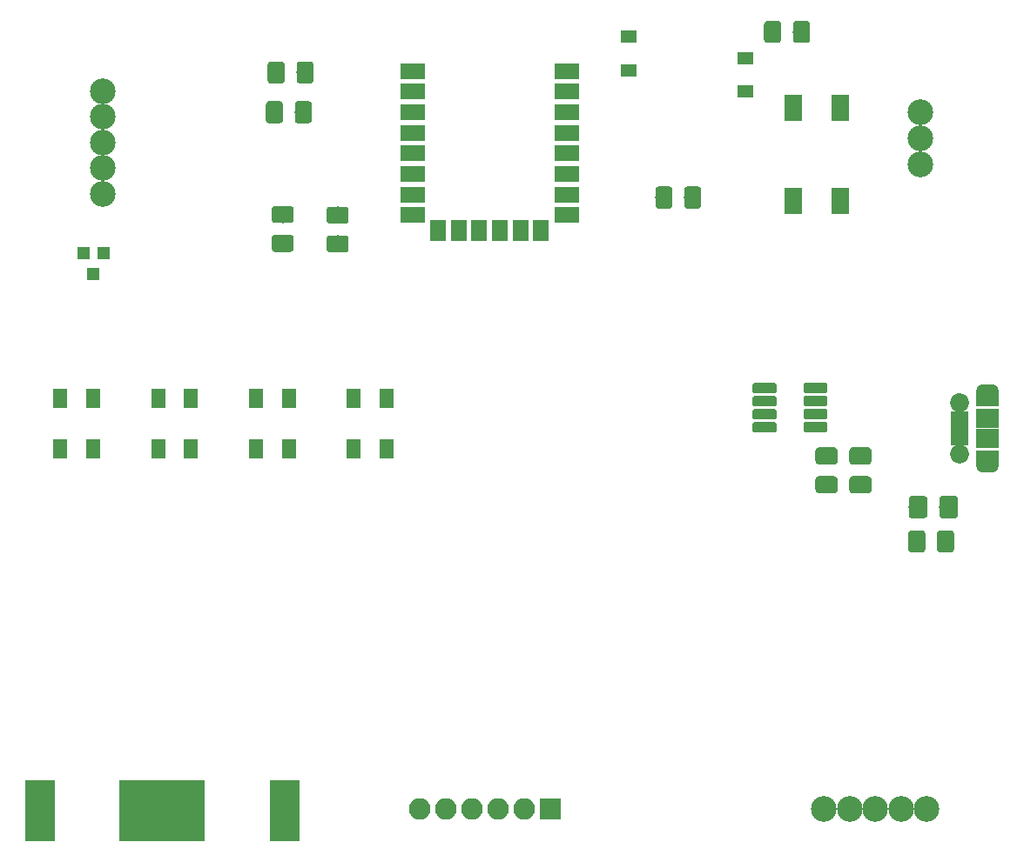
<source format=gbr>
G04 #@! TF.GenerationSoftware,KiCad,Pcbnew,(5.1.2)-1*
G04 #@! TF.CreationDate,2019-08-27T20:32:44-05:00*
G04 #@! TF.ProjectId,8266-dev,38323636-2d64-4657-962e-6b696361645f,rev?*
G04 #@! TF.SameCoordinates,Original*
G04 #@! TF.FileFunction,Soldermask,Top*
G04 #@! TF.FilePolarity,Negative*
%FSLAX46Y46*%
G04 Gerber Fmt 4.6, Leading zero omitted, Abs format (unit mm)*
G04 Created by KiCad (PCBNEW (5.1.2)-1) date 2019-08-27 20:32:44*
%MOMM*%
%LPD*%
G04 APERTURE LIST*
%ADD10R,8.400000X5.960000*%
%ADD11R,3.000000X5.960000*%
%ADD12C,0.100000*%
%ADD13C,1.650000*%
%ADD14R,1.800000X2.500000*%
%ADD15R,1.500000X2.100000*%
%ADD16R,2.400000X1.600000*%
%ADD17C,2.500000*%
%ADD18R,2.100000X2.100000*%
%ADD19O,2.100000X2.100000*%
%ADD20R,1.400000X1.900000*%
%ADD21R,1.200000X1.300000*%
%ADD22R,2.300000X1.900000*%
%ADD23C,1.850000*%
%ADD24R,1.750000X0.800000*%
%ADD25O,2.300000X1.600000*%
%ADD26R,2.300000X1.600000*%
%ADD27C,1.000000*%
%ADD28R,1.600000X1.300000*%
%ADD29C,1.825000*%
G04 APERTURE END LIST*
D10*
X101168200Y-127170180D03*
D11*
X113073200Y-127170180D03*
X89263200Y-127170180D03*
D12*
G36*
X113667646Y-68310309D02*
G01*
X113699680Y-68315061D01*
X113731094Y-68322930D01*
X113761586Y-68333840D01*
X113790861Y-68347686D01*
X113818638Y-68364335D01*
X113844650Y-68383627D01*
X113868645Y-68405375D01*
X113890393Y-68429370D01*
X113909685Y-68455382D01*
X113926334Y-68483159D01*
X113940180Y-68512434D01*
X113951090Y-68542926D01*
X113958959Y-68574340D01*
X113963711Y-68606374D01*
X113965300Y-68638720D01*
X113965300Y-69628720D01*
X113963711Y-69661066D01*
X113958959Y-69693100D01*
X113951090Y-69724514D01*
X113940180Y-69755006D01*
X113926334Y-69784281D01*
X113909685Y-69812058D01*
X113890393Y-69838070D01*
X113868645Y-69862065D01*
X113844650Y-69883813D01*
X113818638Y-69903105D01*
X113790861Y-69919754D01*
X113761586Y-69933600D01*
X113731094Y-69944510D01*
X113699680Y-69952379D01*
X113667646Y-69957131D01*
X113635300Y-69958720D01*
X112145300Y-69958720D01*
X112112954Y-69957131D01*
X112080920Y-69952379D01*
X112049506Y-69944510D01*
X112019014Y-69933600D01*
X111989739Y-69919754D01*
X111961962Y-69903105D01*
X111935950Y-69883813D01*
X111911955Y-69862065D01*
X111890207Y-69838070D01*
X111870915Y-69812058D01*
X111854266Y-69784281D01*
X111840420Y-69755006D01*
X111829510Y-69724514D01*
X111821641Y-69693100D01*
X111816889Y-69661066D01*
X111815300Y-69628720D01*
X111815300Y-68638720D01*
X111816889Y-68606374D01*
X111821641Y-68574340D01*
X111829510Y-68542926D01*
X111840420Y-68512434D01*
X111854266Y-68483159D01*
X111870915Y-68455382D01*
X111890207Y-68429370D01*
X111911955Y-68405375D01*
X111935950Y-68383627D01*
X111961962Y-68364335D01*
X111989739Y-68347686D01*
X112019014Y-68333840D01*
X112049506Y-68322930D01*
X112080920Y-68315061D01*
X112112954Y-68310309D01*
X112145300Y-68308720D01*
X113635300Y-68308720D01*
X113667646Y-68310309D01*
X113667646Y-68310309D01*
G37*
D13*
X112890300Y-69133720D03*
D12*
G36*
X113667646Y-71110309D02*
G01*
X113699680Y-71115061D01*
X113731094Y-71122930D01*
X113761586Y-71133840D01*
X113790861Y-71147686D01*
X113818638Y-71164335D01*
X113844650Y-71183627D01*
X113868645Y-71205375D01*
X113890393Y-71229370D01*
X113909685Y-71255382D01*
X113926334Y-71283159D01*
X113940180Y-71312434D01*
X113951090Y-71342926D01*
X113958959Y-71374340D01*
X113963711Y-71406374D01*
X113965300Y-71438720D01*
X113965300Y-72428720D01*
X113963711Y-72461066D01*
X113958959Y-72493100D01*
X113951090Y-72524514D01*
X113940180Y-72555006D01*
X113926334Y-72584281D01*
X113909685Y-72612058D01*
X113890393Y-72638070D01*
X113868645Y-72662065D01*
X113844650Y-72683813D01*
X113818638Y-72703105D01*
X113790861Y-72719754D01*
X113761586Y-72733600D01*
X113731094Y-72744510D01*
X113699680Y-72752379D01*
X113667646Y-72757131D01*
X113635300Y-72758720D01*
X112145300Y-72758720D01*
X112112954Y-72757131D01*
X112080920Y-72752379D01*
X112049506Y-72744510D01*
X112019014Y-72733600D01*
X111989739Y-72719754D01*
X111961962Y-72703105D01*
X111935950Y-72683813D01*
X111911955Y-72662065D01*
X111890207Y-72638070D01*
X111870915Y-72612058D01*
X111854266Y-72584281D01*
X111840420Y-72555006D01*
X111829510Y-72524514D01*
X111821641Y-72493100D01*
X111816889Y-72461066D01*
X111815300Y-72428720D01*
X111815300Y-71438720D01*
X111816889Y-71406374D01*
X111821641Y-71374340D01*
X111829510Y-71342926D01*
X111840420Y-71312434D01*
X111854266Y-71283159D01*
X111870915Y-71255382D01*
X111890207Y-71229370D01*
X111911955Y-71205375D01*
X111935950Y-71183627D01*
X111961962Y-71164335D01*
X111989739Y-71147686D01*
X112019014Y-71133840D01*
X112049506Y-71122930D01*
X112080920Y-71115061D01*
X112112954Y-71110309D01*
X112145300Y-71108720D01*
X113635300Y-71108720D01*
X113667646Y-71110309D01*
X113667646Y-71110309D01*
G37*
D13*
X112890300Y-71933720D03*
D12*
G36*
X115574106Y-54214769D02*
G01*
X115606140Y-54219521D01*
X115637554Y-54227390D01*
X115668046Y-54238300D01*
X115697321Y-54252146D01*
X115725098Y-54268795D01*
X115751110Y-54288087D01*
X115775105Y-54309835D01*
X115796853Y-54333830D01*
X115816145Y-54359842D01*
X115832794Y-54387619D01*
X115846640Y-54416894D01*
X115857550Y-54447386D01*
X115865419Y-54478800D01*
X115870171Y-54510834D01*
X115871760Y-54543180D01*
X115871760Y-56033180D01*
X115870171Y-56065526D01*
X115865419Y-56097560D01*
X115857550Y-56128974D01*
X115846640Y-56159466D01*
X115832794Y-56188741D01*
X115816145Y-56216518D01*
X115796853Y-56242530D01*
X115775105Y-56266525D01*
X115751110Y-56288273D01*
X115725098Y-56307565D01*
X115697321Y-56324214D01*
X115668046Y-56338060D01*
X115637554Y-56348970D01*
X115606140Y-56356839D01*
X115574106Y-56361591D01*
X115541760Y-56363180D01*
X114551760Y-56363180D01*
X114519414Y-56361591D01*
X114487380Y-56356839D01*
X114455966Y-56348970D01*
X114425474Y-56338060D01*
X114396199Y-56324214D01*
X114368422Y-56307565D01*
X114342410Y-56288273D01*
X114318415Y-56266525D01*
X114296667Y-56242530D01*
X114277375Y-56216518D01*
X114260726Y-56188741D01*
X114246880Y-56159466D01*
X114235970Y-56128974D01*
X114228101Y-56097560D01*
X114223349Y-56065526D01*
X114221760Y-56033180D01*
X114221760Y-54543180D01*
X114223349Y-54510834D01*
X114228101Y-54478800D01*
X114235970Y-54447386D01*
X114246880Y-54416894D01*
X114260726Y-54387619D01*
X114277375Y-54359842D01*
X114296667Y-54333830D01*
X114318415Y-54309835D01*
X114342410Y-54288087D01*
X114368422Y-54268795D01*
X114396199Y-54252146D01*
X114425474Y-54238300D01*
X114455966Y-54227390D01*
X114487380Y-54219521D01*
X114519414Y-54214769D01*
X114551760Y-54213180D01*
X115541760Y-54213180D01*
X115574106Y-54214769D01*
X115574106Y-54214769D01*
G37*
D13*
X115046760Y-55288180D03*
D12*
G36*
X112774106Y-54214769D02*
G01*
X112806140Y-54219521D01*
X112837554Y-54227390D01*
X112868046Y-54238300D01*
X112897321Y-54252146D01*
X112925098Y-54268795D01*
X112951110Y-54288087D01*
X112975105Y-54309835D01*
X112996853Y-54333830D01*
X113016145Y-54359842D01*
X113032794Y-54387619D01*
X113046640Y-54416894D01*
X113057550Y-54447386D01*
X113065419Y-54478800D01*
X113070171Y-54510834D01*
X113071760Y-54543180D01*
X113071760Y-56033180D01*
X113070171Y-56065526D01*
X113065419Y-56097560D01*
X113057550Y-56128974D01*
X113046640Y-56159466D01*
X113032794Y-56188741D01*
X113016145Y-56216518D01*
X112996853Y-56242530D01*
X112975105Y-56266525D01*
X112951110Y-56288273D01*
X112925098Y-56307565D01*
X112897321Y-56324214D01*
X112868046Y-56338060D01*
X112837554Y-56348970D01*
X112806140Y-56356839D01*
X112774106Y-56361591D01*
X112741760Y-56363180D01*
X111751760Y-56363180D01*
X111719414Y-56361591D01*
X111687380Y-56356839D01*
X111655966Y-56348970D01*
X111625474Y-56338060D01*
X111596199Y-56324214D01*
X111568422Y-56307565D01*
X111542410Y-56288273D01*
X111518415Y-56266525D01*
X111496667Y-56242530D01*
X111477375Y-56216518D01*
X111460726Y-56188741D01*
X111446880Y-56159466D01*
X111435970Y-56128974D01*
X111428101Y-56097560D01*
X111423349Y-56065526D01*
X111421760Y-56033180D01*
X111421760Y-54543180D01*
X111423349Y-54510834D01*
X111428101Y-54478800D01*
X111435970Y-54447386D01*
X111446880Y-54416894D01*
X111460726Y-54387619D01*
X111477375Y-54359842D01*
X111496667Y-54333830D01*
X111518415Y-54309835D01*
X111542410Y-54288087D01*
X111568422Y-54268795D01*
X111596199Y-54252146D01*
X111625474Y-54238300D01*
X111655966Y-54227390D01*
X111687380Y-54219521D01*
X111719414Y-54214769D01*
X111751760Y-54213180D01*
X112741760Y-54213180D01*
X112774106Y-54214769D01*
X112774106Y-54214769D01*
G37*
D13*
X112246760Y-55288180D03*
D12*
G36*
X112606466Y-58088269D02*
G01*
X112638500Y-58093021D01*
X112669914Y-58100890D01*
X112700406Y-58111800D01*
X112729681Y-58125646D01*
X112757458Y-58142295D01*
X112783470Y-58161587D01*
X112807465Y-58183335D01*
X112829213Y-58207330D01*
X112848505Y-58233342D01*
X112865154Y-58261119D01*
X112879000Y-58290394D01*
X112889910Y-58320886D01*
X112897779Y-58352300D01*
X112902531Y-58384334D01*
X112904120Y-58416680D01*
X112904120Y-59906680D01*
X112902531Y-59939026D01*
X112897779Y-59971060D01*
X112889910Y-60002474D01*
X112879000Y-60032966D01*
X112865154Y-60062241D01*
X112848505Y-60090018D01*
X112829213Y-60116030D01*
X112807465Y-60140025D01*
X112783470Y-60161773D01*
X112757458Y-60181065D01*
X112729681Y-60197714D01*
X112700406Y-60211560D01*
X112669914Y-60222470D01*
X112638500Y-60230339D01*
X112606466Y-60235091D01*
X112574120Y-60236680D01*
X111584120Y-60236680D01*
X111551774Y-60235091D01*
X111519740Y-60230339D01*
X111488326Y-60222470D01*
X111457834Y-60211560D01*
X111428559Y-60197714D01*
X111400782Y-60181065D01*
X111374770Y-60161773D01*
X111350775Y-60140025D01*
X111329027Y-60116030D01*
X111309735Y-60090018D01*
X111293086Y-60062241D01*
X111279240Y-60032966D01*
X111268330Y-60002474D01*
X111260461Y-59971060D01*
X111255709Y-59939026D01*
X111254120Y-59906680D01*
X111254120Y-58416680D01*
X111255709Y-58384334D01*
X111260461Y-58352300D01*
X111268330Y-58320886D01*
X111279240Y-58290394D01*
X111293086Y-58261119D01*
X111309735Y-58233342D01*
X111329027Y-58207330D01*
X111350775Y-58183335D01*
X111374770Y-58161587D01*
X111400782Y-58142295D01*
X111428559Y-58125646D01*
X111457834Y-58111800D01*
X111488326Y-58100890D01*
X111519740Y-58093021D01*
X111551774Y-58088269D01*
X111584120Y-58086680D01*
X112574120Y-58086680D01*
X112606466Y-58088269D01*
X112606466Y-58088269D01*
G37*
D13*
X112079120Y-59161680D03*
D12*
G36*
X115406466Y-58088269D02*
G01*
X115438500Y-58093021D01*
X115469914Y-58100890D01*
X115500406Y-58111800D01*
X115529681Y-58125646D01*
X115557458Y-58142295D01*
X115583470Y-58161587D01*
X115607465Y-58183335D01*
X115629213Y-58207330D01*
X115648505Y-58233342D01*
X115665154Y-58261119D01*
X115679000Y-58290394D01*
X115689910Y-58320886D01*
X115697779Y-58352300D01*
X115702531Y-58384334D01*
X115704120Y-58416680D01*
X115704120Y-59906680D01*
X115702531Y-59939026D01*
X115697779Y-59971060D01*
X115689910Y-60002474D01*
X115679000Y-60032966D01*
X115665154Y-60062241D01*
X115648505Y-60090018D01*
X115629213Y-60116030D01*
X115607465Y-60140025D01*
X115583470Y-60161773D01*
X115557458Y-60181065D01*
X115529681Y-60197714D01*
X115500406Y-60211560D01*
X115469914Y-60222470D01*
X115438500Y-60230339D01*
X115406466Y-60235091D01*
X115374120Y-60236680D01*
X114384120Y-60236680D01*
X114351774Y-60235091D01*
X114319740Y-60230339D01*
X114288326Y-60222470D01*
X114257834Y-60211560D01*
X114228559Y-60197714D01*
X114200782Y-60181065D01*
X114174770Y-60161773D01*
X114150775Y-60140025D01*
X114129027Y-60116030D01*
X114109735Y-60090018D01*
X114093086Y-60062241D01*
X114079240Y-60032966D01*
X114068330Y-60002474D01*
X114060461Y-59971060D01*
X114055709Y-59939026D01*
X114054120Y-59906680D01*
X114054120Y-58416680D01*
X114055709Y-58384334D01*
X114060461Y-58352300D01*
X114068330Y-58320886D01*
X114079240Y-58290394D01*
X114093086Y-58261119D01*
X114109735Y-58233342D01*
X114129027Y-58207330D01*
X114150775Y-58183335D01*
X114174770Y-58161587D01*
X114200782Y-58142295D01*
X114228559Y-58125646D01*
X114257834Y-58111800D01*
X114288326Y-58100890D01*
X114319740Y-58093021D01*
X114351774Y-58088269D01*
X114384120Y-58086680D01*
X115374120Y-58086680D01*
X115406466Y-58088269D01*
X115406466Y-58088269D01*
G37*
D13*
X114879120Y-59161680D03*
D12*
G36*
X163836646Y-50285389D02*
G01*
X163868680Y-50290141D01*
X163900094Y-50298010D01*
X163930586Y-50308920D01*
X163959861Y-50322766D01*
X163987638Y-50339415D01*
X164013650Y-50358707D01*
X164037645Y-50380455D01*
X164059393Y-50404450D01*
X164078685Y-50430462D01*
X164095334Y-50458239D01*
X164109180Y-50487514D01*
X164120090Y-50518006D01*
X164127959Y-50549420D01*
X164132711Y-50581454D01*
X164134300Y-50613800D01*
X164134300Y-52103800D01*
X164132711Y-52136146D01*
X164127959Y-52168180D01*
X164120090Y-52199594D01*
X164109180Y-52230086D01*
X164095334Y-52259361D01*
X164078685Y-52287138D01*
X164059393Y-52313150D01*
X164037645Y-52337145D01*
X164013650Y-52358893D01*
X163987638Y-52378185D01*
X163959861Y-52394834D01*
X163930586Y-52408680D01*
X163900094Y-52419590D01*
X163868680Y-52427459D01*
X163836646Y-52432211D01*
X163804300Y-52433800D01*
X162814300Y-52433800D01*
X162781954Y-52432211D01*
X162749920Y-52427459D01*
X162718506Y-52419590D01*
X162688014Y-52408680D01*
X162658739Y-52394834D01*
X162630962Y-52378185D01*
X162604950Y-52358893D01*
X162580955Y-52337145D01*
X162559207Y-52313150D01*
X162539915Y-52287138D01*
X162523266Y-52259361D01*
X162509420Y-52230086D01*
X162498510Y-52199594D01*
X162490641Y-52168180D01*
X162485889Y-52136146D01*
X162484300Y-52103800D01*
X162484300Y-50613800D01*
X162485889Y-50581454D01*
X162490641Y-50549420D01*
X162498510Y-50518006D01*
X162509420Y-50487514D01*
X162523266Y-50458239D01*
X162539915Y-50430462D01*
X162559207Y-50404450D01*
X162580955Y-50380455D01*
X162604950Y-50358707D01*
X162630962Y-50339415D01*
X162658739Y-50322766D01*
X162688014Y-50308920D01*
X162718506Y-50298010D01*
X162749920Y-50290141D01*
X162781954Y-50285389D01*
X162814300Y-50283800D01*
X163804300Y-50283800D01*
X163836646Y-50285389D01*
X163836646Y-50285389D01*
G37*
D13*
X163309300Y-51358800D03*
D12*
G36*
X161036646Y-50285389D02*
G01*
X161068680Y-50290141D01*
X161100094Y-50298010D01*
X161130586Y-50308920D01*
X161159861Y-50322766D01*
X161187638Y-50339415D01*
X161213650Y-50358707D01*
X161237645Y-50380455D01*
X161259393Y-50404450D01*
X161278685Y-50430462D01*
X161295334Y-50458239D01*
X161309180Y-50487514D01*
X161320090Y-50518006D01*
X161327959Y-50549420D01*
X161332711Y-50581454D01*
X161334300Y-50613800D01*
X161334300Y-52103800D01*
X161332711Y-52136146D01*
X161327959Y-52168180D01*
X161320090Y-52199594D01*
X161309180Y-52230086D01*
X161295334Y-52259361D01*
X161278685Y-52287138D01*
X161259393Y-52313150D01*
X161237645Y-52337145D01*
X161213650Y-52358893D01*
X161187638Y-52378185D01*
X161159861Y-52394834D01*
X161130586Y-52408680D01*
X161100094Y-52419590D01*
X161068680Y-52427459D01*
X161036646Y-52432211D01*
X161004300Y-52433800D01*
X160014300Y-52433800D01*
X159981954Y-52432211D01*
X159949920Y-52427459D01*
X159918506Y-52419590D01*
X159888014Y-52408680D01*
X159858739Y-52394834D01*
X159830962Y-52378185D01*
X159804950Y-52358893D01*
X159780955Y-52337145D01*
X159759207Y-52313150D01*
X159739915Y-52287138D01*
X159723266Y-52259361D01*
X159709420Y-52230086D01*
X159698510Y-52199594D01*
X159690641Y-52168180D01*
X159685889Y-52136146D01*
X159684300Y-52103800D01*
X159684300Y-50613800D01*
X159685889Y-50581454D01*
X159690641Y-50549420D01*
X159698510Y-50518006D01*
X159709420Y-50487514D01*
X159723266Y-50458239D01*
X159739915Y-50430462D01*
X159759207Y-50404450D01*
X159780955Y-50380455D01*
X159804950Y-50358707D01*
X159830962Y-50339415D01*
X159858739Y-50322766D01*
X159888014Y-50308920D01*
X159918506Y-50298010D01*
X159949920Y-50290141D01*
X159981954Y-50285389D01*
X160014300Y-50283800D01*
X161004300Y-50283800D01*
X161036646Y-50285389D01*
X161036646Y-50285389D01*
G37*
D13*
X160509300Y-51358800D03*
D12*
G36*
X153270706Y-66401689D02*
G01*
X153302740Y-66406441D01*
X153334154Y-66414310D01*
X153364646Y-66425220D01*
X153393921Y-66439066D01*
X153421698Y-66455715D01*
X153447710Y-66475007D01*
X153471705Y-66496755D01*
X153493453Y-66520750D01*
X153512745Y-66546762D01*
X153529394Y-66574539D01*
X153543240Y-66603814D01*
X153554150Y-66634306D01*
X153562019Y-66665720D01*
X153566771Y-66697754D01*
X153568360Y-66730100D01*
X153568360Y-68220100D01*
X153566771Y-68252446D01*
X153562019Y-68284480D01*
X153554150Y-68315894D01*
X153543240Y-68346386D01*
X153529394Y-68375661D01*
X153512745Y-68403438D01*
X153493453Y-68429450D01*
X153471705Y-68453445D01*
X153447710Y-68475193D01*
X153421698Y-68494485D01*
X153393921Y-68511134D01*
X153364646Y-68524980D01*
X153334154Y-68535890D01*
X153302740Y-68543759D01*
X153270706Y-68548511D01*
X153238360Y-68550100D01*
X152248360Y-68550100D01*
X152216014Y-68548511D01*
X152183980Y-68543759D01*
X152152566Y-68535890D01*
X152122074Y-68524980D01*
X152092799Y-68511134D01*
X152065022Y-68494485D01*
X152039010Y-68475193D01*
X152015015Y-68453445D01*
X151993267Y-68429450D01*
X151973975Y-68403438D01*
X151957326Y-68375661D01*
X151943480Y-68346386D01*
X151932570Y-68315894D01*
X151924701Y-68284480D01*
X151919949Y-68252446D01*
X151918360Y-68220100D01*
X151918360Y-66730100D01*
X151919949Y-66697754D01*
X151924701Y-66665720D01*
X151932570Y-66634306D01*
X151943480Y-66603814D01*
X151957326Y-66574539D01*
X151973975Y-66546762D01*
X151993267Y-66520750D01*
X152015015Y-66496755D01*
X152039010Y-66475007D01*
X152065022Y-66455715D01*
X152092799Y-66439066D01*
X152122074Y-66425220D01*
X152152566Y-66414310D01*
X152183980Y-66406441D01*
X152216014Y-66401689D01*
X152248360Y-66400100D01*
X153238360Y-66400100D01*
X153270706Y-66401689D01*
X153270706Y-66401689D01*
G37*
D13*
X152743360Y-67475100D03*
D12*
G36*
X150470706Y-66401689D02*
G01*
X150502740Y-66406441D01*
X150534154Y-66414310D01*
X150564646Y-66425220D01*
X150593921Y-66439066D01*
X150621698Y-66455715D01*
X150647710Y-66475007D01*
X150671705Y-66496755D01*
X150693453Y-66520750D01*
X150712745Y-66546762D01*
X150729394Y-66574539D01*
X150743240Y-66603814D01*
X150754150Y-66634306D01*
X150762019Y-66665720D01*
X150766771Y-66697754D01*
X150768360Y-66730100D01*
X150768360Y-68220100D01*
X150766771Y-68252446D01*
X150762019Y-68284480D01*
X150754150Y-68315894D01*
X150743240Y-68346386D01*
X150729394Y-68375661D01*
X150712745Y-68403438D01*
X150693453Y-68429450D01*
X150671705Y-68453445D01*
X150647710Y-68475193D01*
X150621698Y-68494485D01*
X150593921Y-68511134D01*
X150564646Y-68524980D01*
X150534154Y-68535890D01*
X150502740Y-68543759D01*
X150470706Y-68548511D01*
X150438360Y-68550100D01*
X149448360Y-68550100D01*
X149416014Y-68548511D01*
X149383980Y-68543759D01*
X149352566Y-68535890D01*
X149322074Y-68524980D01*
X149292799Y-68511134D01*
X149265022Y-68494485D01*
X149239010Y-68475193D01*
X149215015Y-68453445D01*
X149193267Y-68429450D01*
X149173975Y-68403438D01*
X149157326Y-68375661D01*
X149143480Y-68346386D01*
X149132570Y-68315894D01*
X149124701Y-68284480D01*
X149119949Y-68252446D01*
X149118360Y-68220100D01*
X149118360Y-66730100D01*
X149119949Y-66697754D01*
X149124701Y-66665720D01*
X149132570Y-66634306D01*
X149143480Y-66603814D01*
X149157326Y-66574539D01*
X149173975Y-66546762D01*
X149193267Y-66520750D01*
X149215015Y-66496755D01*
X149239010Y-66475007D01*
X149265022Y-66455715D01*
X149292799Y-66439066D01*
X149322074Y-66425220D01*
X149352566Y-66414310D01*
X149383980Y-66406441D01*
X149416014Y-66401689D01*
X149448360Y-66400100D01*
X150438360Y-66400100D01*
X150470706Y-66401689D01*
X150470706Y-66401689D01*
G37*
D13*
X149943360Y-67475100D03*
D14*
X167055360Y-67813780D03*
X162555360Y-67813780D03*
X162555360Y-58713780D03*
X167055360Y-58713780D03*
D15*
X137986780Y-70671580D03*
X135986780Y-70671580D03*
X133986780Y-70671580D03*
X131986780Y-70671580D03*
X129986780Y-70671580D03*
X127986780Y-70671580D03*
D16*
X140486780Y-55171580D03*
X140486780Y-57171580D03*
X140486780Y-59171580D03*
X140486780Y-61171580D03*
X140486780Y-63171580D03*
X140486780Y-65171580D03*
X140486780Y-67171580D03*
X140486780Y-69171580D03*
X125486780Y-69171580D03*
X125486780Y-67171580D03*
X125486780Y-65171580D03*
X125486780Y-63171580D03*
X125486780Y-61171580D03*
X125486780Y-59171580D03*
X125486780Y-57171580D03*
X125486780Y-55171580D03*
D17*
X165511480Y-126949200D03*
X168011480Y-126949200D03*
X170511480Y-126949200D03*
X173011480Y-126949200D03*
X175511480Y-126949200D03*
X95417640Y-57104280D03*
X95417640Y-59604280D03*
X95417640Y-62104280D03*
X95417640Y-64604280D03*
X95417640Y-67104280D03*
D18*
X138942530Y-126944200D03*
D19*
X136402530Y-126944200D03*
X133862530Y-126944200D03*
X131322530Y-126944200D03*
X128782530Y-126944200D03*
X126242530Y-126944200D03*
D17*
X174919640Y-59194700D03*
X174919640Y-61734700D03*
X174919640Y-64274700D03*
D12*
G36*
X118983866Y-68355569D02*
G01*
X119015900Y-68360321D01*
X119047314Y-68368190D01*
X119077806Y-68379100D01*
X119107081Y-68392946D01*
X119134858Y-68409595D01*
X119160870Y-68428887D01*
X119184865Y-68450635D01*
X119206613Y-68474630D01*
X119225905Y-68500642D01*
X119242554Y-68528419D01*
X119256400Y-68557694D01*
X119267310Y-68588186D01*
X119275179Y-68619600D01*
X119279931Y-68651634D01*
X119281520Y-68683980D01*
X119281520Y-69673980D01*
X119279931Y-69706326D01*
X119275179Y-69738360D01*
X119267310Y-69769774D01*
X119256400Y-69800266D01*
X119242554Y-69829541D01*
X119225905Y-69857318D01*
X119206613Y-69883330D01*
X119184865Y-69907325D01*
X119160870Y-69929073D01*
X119134858Y-69948365D01*
X119107081Y-69965014D01*
X119077806Y-69978860D01*
X119047314Y-69989770D01*
X119015900Y-69997639D01*
X118983866Y-70002391D01*
X118951520Y-70003980D01*
X117461520Y-70003980D01*
X117429174Y-70002391D01*
X117397140Y-69997639D01*
X117365726Y-69989770D01*
X117335234Y-69978860D01*
X117305959Y-69965014D01*
X117278182Y-69948365D01*
X117252170Y-69929073D01*
X117228175Y-69907325D01*
X117206427Y-69883330D01*
X117187135Y-69857318D01*
X117170486Y-69829541D01*
X117156640Y-69800266D01*
X117145730Y-69769774D01*
X117137861Y-69738360D01*
X117133109Y-69706326D01*
X117131520Y-69673980D01*
X117131520Y-68683980D01*
X117133109Y-68651634D01*
X117137861Y-68619600D01*
X117145730Y-68588186D01*
X117156640Y-68557694D01*
X117170486Y-68528419D01*
X117187135Y-68500642D01*
X117206427Y-68474630D01*
X117228175Y-68450635D01*
X117252170Y-68428887D01*
X117278182Y-68409595D01*
X117305959Y-68392946D01*
X117335234Y-68379100D01*
X117365726Y-68368190D01*
X117397140Y-68360321D01*
X117429174Y-68355569D01*
X117461520Y-68353980D01*
X118951520Y-68353980D01*
X118983866Y-68355569D01*
X118983866Y-68355569D01*
G37*
D13*
X118206520Y-69178980D03*
D12*
G36*
X118983866Y-71155569D02*
G01*
X119015900Y-71160321D01*
X119047314Y-71168190D01*
X119077806Y-71179100D01*
X119107081Y-71192946D01*
X119134858Y-71209595D01*
X119160870Y-71228887D01*
X119184865Y-71250635D01*
X119206613Y-71274630D01*
X119225905Y-71300642D01*
X119242554Y-71328419D01*
X119256400Y-71357694D01*
X119267310Y-71388186D01*
X119275179Y-71419600D01*
X119279931Y-71451634D01*
X119281520Y-71483980D01*
X119281520Y-72473980D01*
X119279931Y-72506326D01*
X119275179Y-72538360D01*
X119267310Y-72569774D01*
X119256400Y-72600266D01*
X119242554Y-72629541D01*
X119225905Y-72657318D01*
X119206613Y-72683330D01*
X119184865Y-72707325D01*
X119160870Y-72729073D01*
X119134858Y-72748365D01*
X119107081Y-72765014D01*
X119077806Y-72778860D01*
X119047314Y-72789770D01*
X119015900Y-72797639D01*
X118983866Y-72802391D01*
X118951520Y-72803980D01*
X117461520Y-72803980D01*
X117429174Y-72802391D01*
X117397140Y-72797639D01*
X117365726Y-72789770D01*
X117335234Y-72778860D01*
X117305959Y-72765014D01*
X117278182Y-72748365D01*
X117252170Y-72729073D01*
X117228175Y-72707325D01*
X117206427Y-72683330D01*
X117187135Y-72657318D01*
X117170486Y-72629541D01*
X117156640Y-72600266D01*
X117145730Y-72569774D01*
X117137861Y-72538360D01*
X117133109Y-72506326D01*
X117131520Y-72473980D01*
X117131520Y-71483980D01*
X117133109Y-71451634D01*
X117137861Y-71419600D01*
X117145730Y-71388186D01*
X117156640Y-71357694D01*
X117170486Y-71328419D01*
X117187135Y-71300642D01*
X117206427Y-71274630D01*
X117228175Y-71250635D01*
X117252170Y-71228887D01*
X117278182Y-71209595D01*
X117305959Y-71192946D01*
X117335234Y-71179100D01*
X117365726Y-71168190D01*
X117397140Y-71160321D01*
X117429174Y-71155569D01*
X117461520Y-71153980D01*
X118951520Y-71153980D01*
X118983866Y-71155569D01*
X118983866Y-71155569D01*
G37*
D13*
X118206520Y-71978980D03*
D20*
X91274000Y-91895000D03*
X94474000Y-91895000D03*
X91274000Y-86995000D03*
X94474000Y-86995000D03*
X103969666Y-86995000D03*
X100769666Y-86995000D03*
X103969666Y-91895000D03*
X100769666Y-91895000D03*
X110265332Y-91895000D03*
X113465332Y-91895000D03*
X110265332Y-86995000D03*
X113465332Y-86995000D03*
X122961000Y-86995000D03*
X119761000Y-86995000D03*
X122961000Y-91895000D03*
X119761000Y-91895000D03*
D21*
X95440500Y-72898000D03*
X93540500Y-72898000D03*
X94490500Y-74898000D03*
D22*
X181419500Y-88957400D03*
D23*
X178719500Y-92457400D03*
D24*
X178719500Y-90607400D03*
X178719500Y-91257400D03*
X178719500Y-88657400D03*
X178719500Y-89307400D03*
X178719500Y-89957400D03*
D23*
X178719500Y-87457400D03*
D22*
X181419500Y-90957400D03*
D25*
X181419500Y-93457400D03*
X181419500Y-86457400D03*
D26*
X181419500Y-87057400D03*
X181419500Y-92857400D03*
D12*
G36*
X165630404Y-89315604D02*
G01*
X165654673Y-89319204D01*
X165678471Y-89325165D01*
X165701571Y-89333430D01*
X165723749Y-89343920D01*
X165744793Y-89356533D01*
X165764498Y-89371147D01*
X165782677Y-89387623D01*
X165799153Y-89405802D01*
X165813767Y-89425507D01*
X165826380Y-89446551D01*
X165836870Y-89468729D01*
X165845135Y-89491829D01*
X165851096Y-89515627D01*
X165854696Y-89539896D01*
X165855900Y-89564400D01*
X165855900Y-90064400D01*
X165854696Y-90088904D01*
X165851096Y-90113173D01*
X165845135Y-90136971D01*
X165836870Y-90160071D01*
X165826380Y-90182249D01*
X165813767Y-90203293D01*
X165799153Y-90222998D01*
X165782677Y-90241177D01*
X165764498Y-90257653D01*
X165744793Y-90272267D01*
X165723749Y-90284880D01*
X165701571Y-90295370D01*
X165678471Y-90303635D01*
X165654673Y-90309596D01*
X165630404Y-90313196D01*
X165605900Y-90314400D01*
X163755900Y-90314400D01*
X163731396Y-90313196D01*
X163707127Y-90309596D01*
X163683329Y-90303635D01*
X163660229Y-90295370D01*
X163638051Y-90284880D01*
X163617007Y-90272267D01*
X163597302Y-90257653D01*
X163579123Y-90241177D01*
X163562647Y-90222998D01*
X163548033Y-90203293D01*
X163535420Y-90182249D01*
X163524930Y-90160071D01*
X163516665Y-90136971D01*
X163510704Y-90113173D01*
X163507104Y-90088904D01*
X163505900Y-90064400D01*
X163505900Y-89564400D01*
X163507104Y-89539896D01*
X163510704Y-89515627D01*
X163516665Y-89491829D01*
X163524930Y-89468729D01*
X163535420Y-89446551D01*
X163548033Y-89425507D01*
X163562647Y-89405802D01*
X163579123Y-89387623D01*
X163597302Y-89371147D01*
X163617007Y-89356533D01*
X163638051Y-89343920D01*
X163660229Y-89333430D01*
X163683329Y-89325165D01*
X163707127Y-89319204D01*
X163731396Y-89315604D01*
X163755900Y-89314400D01*
X165605900Y-89314400D01*
X165630404Y-89315604D01*
X165630404Y-89315604D01*
G37*
D27*
X164680900Y-89814400D03*
D12*
G36*
X165630404Y-88045604D02*
G01*
X165654673Y-88049204D01*
X165678471Y-88055165D01*
X165701571Y-88063430D01*
X165723749Y-88073920D01*
X165744793Y-88086533D01*
X165764498Y-88101147D01*
X165782677Y-88117623D01*
X165799153Y-88135802D01*
X165813767Y-88155507D01*
X165826380Y-88176551D01*
X165836870Y-88198729D01*
X165845135Y-88221829D01*
X165851096Y-88245627D01*
X165854696Y-88269896D01*
X165855900Y-88294400D01*
X165855900Y-88794400D01*
X165854696Y-88818904D01*
X165851096Y-88843173D01*
X165845135Y-88866971D01*
X165836870Y-88890071D01*
X165826380Y-88912249D01*
X165813767Y-88933293D01*
X165799153Y-88952998D01*
X165782677Y-88971177D01*
X165764498Y-88987653D01*
X165744793Y-89002267D01*
X165723749Y-89014880D01*
X165701571Y-89025370D01*
X165678471Y-89033635D01*
X165654673Y-89039596D01*
X165630404Y-89043196D01*
X165605900Y-89044400D01*
X163755900Y-89044400D01*
X163731396Y-89043196D01*
X163707127Y-89039596D01*
X163683329Y-89033635D01*
X163660229Y-89025370D01*
X163638051Y-89014880D01*
X163617007Y-89002267D01*
X163597302Y-88987653D01*
X163579123Y-88971177D01*
X163562647Y-88952998D01*
X163548033Y-88933293D01*
X163535420Y-88912249D01*
X163524930Y-88890071D01*
X163516665Y-88866971D01*
X163510704Y-88843173D01*
X163507104Y-88818904D01*
X163505900Y-88794400D01*
X163505900Y-88294400D01*
X163507104Y-88269896D01*
X163510704Y-88245627D01*
X163516665Y-88221829D01*
X163524930Y-88198729D01*
X163535420Y-88176551D01*
X163548033Y-88155507D01*
X163562647Y-88135802D01*
X163579123Y-88117623D01*
X163597302Y-88101147D01*
X163617007Y-88086533D01*
X163638051Y-88073920D01*
X163660229Y-88063430D01*
X163683329Y-88055165D01*
X163707127Y-88049204D01*
X163731396Y-88045604D01*
X163755900Y-88044400D01*
X165605900Y-88044400D01*
X165630404Y-88045604D01*
X165630404Y-88045604D01*
G37*
D27*
X164680900Y-88544400D03*
D12*
G36*
X165630404Y-86775604D02*
G01*
X165654673Y-86779204D01*
X165678471Y-86785165D01*
X165701571Y-86793430D01*
X165723749Y-86803920D01*
X165744793Y-86816533D01*
X165764498Y-86831147D01*
X165782677Y-86847623D01*
X165799153Y-86865802D01*
X165813767Y-86885507D01*
X165826380Y-86906551D01*
X165836870Y-86928729D01*
X165845135Y-86951829D01*
X165851096Y-86975627D01*
X165854696Y-86999896D01*
X165855900Y-87024400D01*
X165855900Y-87524400D01*
X165854696Y-87548904D01*
X165851096Y-87573173D01*
X165845135Y-87596971D01*
X165836870Y-87620071D01*
X165826380Y-87642249D01*
X165813767Y-87663293D01*
X165799153Y-87682998D01*
X165782677Y-87701177D01*
X165764498Y-87717653D01*
X165744793Y-87732267D01*
X165723749Y-87744880D01*
X165701571Y-87755370D01*
X165678471Y-87763635D01*
X165654673Y-87769596D01*
X165630404Y-87773196D01*
X165605900Y-87774400D01*
X163755900Y-87774400D01*
X163731396Y-87773196D01*
X163707127Y-87769596D01*
X163683329Y-87763635D01*
X163660229Y-87755370D01*
X163638051Y-87744880D01*
X163617007Y-87732267D01*
X163597302Y-87717653D01*
X163579123Y-87701177D01*
X163562647Y-87682998D01*
X163548033Y-87663293D01*
X163535420Y-87642249D01*
X163524930Y-87620071D01*
X163516665Y-87596971D01*
X163510704Y-87573173D01*
X163507104Y-87548904D01*
X163505900Y-87524400D01*
X163505900Y-87024400D01*
X163507104Y-86999896D01*
X163510704Y-86975627D01*
X163516665Y-86951829D01*
X163524930Y-86928729D01*
X163535420Y-86906551D01*
X163548033Y-86885507D01*
X163562647Y-86865802D01*
X163579123Y-86847623D01*
X163597302Y-86831147D01*
X163617007Y-86816533D01*
X163638051Y-86803920D01*
X163660229Y-86793430D01*
X163683329Y-86785165D01*
X163707127Y-86779204D01*
X163731396Y-86775604D01*
X163755900Y-86774400D01*
X165605900Y-86774400D01*
X165630404Y-86775604D01*
X165630404Y-86775604D01*
G37*
D27*
X164680900Y-87274400D03*
D12*
G36*
X165630404Y-85505604D02*
G01*
X165654673Y-85509204D01*
X165678471Y-85515165D01*
X165701571Y-85523430D01*
X165723749Y-85533920D01*
X165744793Y-85546533D01*
X165764498Y-85561147D01*
X165782677Y-85577623D01*
X165799153Y-85595802D01*
X165813767Y-85615507D01*
X165826380Y-85636551D01*
X165836870Y-85658729D01*
X165845135Y-85681829D01*
X165851096Y-85705627D01*
X165854696Y-85729896D01*
X165855900Y-85754400D01*
X165855900Y-86254400D01*
X165854696Y-86278904D01*
X165851096Y-86303173D01*
X165845135Y-86326971D01*
X165836870Y-86350071D01*
X165826380Y-86372249D01*
X165813767Y-86393293D01*
X165799153Y-86412998D01*
X165782677Y-86431177D01*
X165764498Y-86447653D01*
X165744793Y-86462267D01*
X165723749Y-86474880D01*
X165701571Y-86485370D01*
X165678471Y-86493635D01*
X165654673Y-86499596D01*
X165630404Y-86503196D01*
X165605900Y-86504400D01*
X163755900Y-86504400D01*
X163731396Y-86503196D01*
X163707127Y-86499596D01*
X163683329Y-86493635D01*
X163660229Y-86485370D01*
X163638051Y-86474880D01*
X163617007Y-86462267D01*
X163597302Y-86447653D01*
X163579123Y-86431177D01*
X163562647Y-86412998D01*
X163548033Y-86393293D01*
X163535420Y-86372249D01*
X163524930Y-86350071D01*
X163516665Y-86326971D01*
X163510704Y-86303173D01*
X163507104Y-86278904D01*
X163505900Y-86254400D01*
X163505900Y-85754400D01*
X163507104Y-85729896D01*
X163510704Y-85705627D01*
X163516665Y-85681829D01*
X163524930Y-85658729D01*
X163535420Y-85636551D01*
X163548033Y-85615507D01*
X163562647Y-85595802D01*
X163579123Y-85577623D01*
X163597302Y-85561147D01*
X163617007Y-85546533D01*
X163638051Y-85533920D01*
X163660229Y-85523430D01*
X163683329Y-85515165D01*
X163707127Y-85509204D01*
X163731396Y-85505604D01*
X163755900Y-85504400D01*
X165605900Y-85504400D01*
X165630404Y-85505604D01*
X165630404Y-85505604D01*
G37*
D27*
X164680900Y-86004400D03*
D12*
G36*
X160680404Y-85505604D02*
G01*
X160704673Y-85509204D01*
X160728471Y-85515165D01*
X160751571Y-85523430D01*
X160773749Y-85533920D01*
X160794793Y-85546533D01*
X160814498Y-85561147D01*
X160832677Y-85577623D01*
X160849153Y-85595802D01*
X160863767Y-85615507D01*
X160876380Y-85636551D01*
X160886870Y-85658729D01*
X160895135Y-85681829D01*
X160901096Y-85705627D01*
X160904696Y-85729896D01*
X160905900Y-85754400D01*
X160905900Y-86254400D01*
X160904696Y-86278904D01*
X160901096Y-86303173D01*
X160895135Y-86326971D01*
X160886870Y-86350071D01*
X160876380Y-86372249D01*
X160863767Y-86393293D01*
X160849153Y-86412998D01*
X160832677Y-86431177D01*
X160814498Y-86447653D01*
X160794793Y-86462267D01*
X160773749Y-86474880D01*
X160751571Y-86485370D01*
X160728471Y-86493635D01*
X160704673Y-86499596D01*
X160680404Y-86503196D01*
X160655900Y-86504400D01*
X158805900Y-86504400D01*
X158781396Y-86503196D01*
X158757127Y-86499596D01*
X158733329Y-86493635D01*
X158710229Y-86485370D01*
X158688051Y-86474880D01*
X158667007Y-86462267D01*
X158647302Y-86447653D01*
X158629123Y-86431177D01*
X158612647Y-86412998D01*
X158598033Y-86393293D01*
X158585420Y-86372249D01*
X158574930Y-86350071D01*
X158566665Y-86326971D01*
X158560704Y-86303173D01*
X158557104Y-86278904D01*
X158555900Y-86254400D01*
X158555900Y-85754400D01*
X158557104Y-85729896D01*
X158560704Y-85705627D01*
X158566665Y-85681829D01*
X158574930Y-85658729D01*
X158585420Y-85636551D01*
X158598033Y-85615507D01*
X158612647Y-85595802D01*
X158629123Y-85577623D01*
X158647302Y-85561147D01*
X158667007Y-85546533D01*
X158688051Y-85533920D01*
X158710229Y-85523430D01*
X158733329Y-85515165D01*
X158757127Y-85509204D01*
X158781396Y-85505604D01*
X158805900Y-85504400D01*
X160655900Y-85504400D01*
X160680404Y-85505604D01*
X160680404Y-85505604D01*
G37*
D27*
X159730900Y-86004400D03*
D12*
G36*
X160680404Y-86775604D02*
G01*
X160704673Y-86779204D01*
X160728471Y-86785165D01*
X160751571Y-86793430D01*
X160773749Y-86803920D01*
X160794793Y-86816533D01*
X160814498Y-86831147D01*
X160832677Y-86847623D01*
X160849153Y-86865802D01*
X160863767Y-86885507D01*
X160876380Y-86906551D01*
X160886870Y-86928729D01*
X160895135Y-86951829D01*
X160901096Y-86975627D01*
X160904696Y-86999896D01*
X160905900Y-87024400D01*
X160905900Y-87524400D01*
X160904696Y-87548904D01*
X160901096Y-87573173D01*
X160895135Y-87596971D01*
X160886870Y-87620071D01*
X160876380Y-87642249D01*
X160863767Y-87663293D01*
X160849153Y-87682998D01*
X160832677Y-87701177D01*
X160814498Y-87717653D01*
X160794793Y-87732267D01*
X160773749Y-87744880D01*
X160751571Y-87755370D01*
X160728471Y-87763635D01*
X160704673Y-87769596D01*
X160680404Y-87773196D01*
X160655900Y-87774400D01*
X158805900Y-87774400D01*
X158781396Y-87773196D01*
X158757127Y-87769596D01*
X158733329Y-87763635D01*
X158710229Y-87755370D01*
X158688051Y-87744880D01*
X158667007Y-87732267D01*
X158647302Y-87717653D01*
X158629123Y-87701177D01*
X158612647Y-87682998D01*
X158598033Y-87663293D01*
X158585420Y-87642249D01*
X158574930Y-87620071D01*
X158566665Y-87596971D01*
X158560704Y-87573173D01*
X158557104Y-87548904D01*
X158555900Y-87524400D01*
X158555900Y-87024400D01*
X158557104Y-86999896D01*
X158560704Y-86975627D01*
X158566665Y-86951829D01*
X158574930Y-86928729D01*
X158585420Y-86906551D01*
X158598033Y-86885507D01*
X158612647Y-86865802D01*
X158629123Y-86847623D01*
X158647302Y-86831147D01*
X158667007Y-86816533D01*
X158688051Y-86803920D01*
X158710229Y-86793430D01*
X158733329Y-86785165D01*
X158757127Y-86779204D01*
X158781396Y-86775604D01*
X158805900Y-86774400D01*
X160655900Y-86774400D01*
X160680404Y-86775604D01*
X160680404Y-86775604D01*
G37*
D27*
X159730900Y-87274400D03*
D12*
G36*
X160680404Y-88045604D02*
G01*
X160704673Y-88049204D01*
X160728471Y-88055165D01*
X160751571Y-88063430D01*
X160773749Y-88073920D01*
X160794793Y-88086533D01*
X160814498Y-88101147D01*
X160832677Y-88117623D01*
X160849153Y-88135802D01*
X160863767Y-88155507D01*
X160876380Y-88176551D01*
X160886870Y-88198729D01*
X160895135Y-88221829D01*
X160901096Y-88245627D01*
X160904696Y-88269896D01*
X160905900Y-88294400D01*
X160905900Y-88794400D01*
X160904696Y-88818904D01*
X160901096Y-88843173D01*
X160895135Y-88866971D01*
X160886870Y-88890071D01*
X160876380Y-88912249D01*
X160863767Y-88933293D01*
X160849153Y-88952998D01*
X160832677Y-88971177D01*
X160814498Y-88987653D01*
X160794793Y-89002267D01*
X160773749Y-89014880D01*
X160751571Y-89025370D01*
X160728471Y-89033635D01*
X160704673Y-89039596D01*
X160680404Y-89043196D01*
X160655900Y-89044400D01*
X158805900Y-89044400D01*
X158781396Y-89043196D01*
X158757127Y-89039596D01*
X158733329Y-89033635D01*
X158710229Y-89025370D01*
X158688051Y-89014880D01*
X158667007Y-89002267D01*
X158647302Y-88987653D01*
X158629123Y-88971177D01*
X158612647Y-88952998D01*
X158598033Y-88933293D01*
X158585420Y-88912249D01*
X158574930Y-88890071D01*
X158566665Y-88866971D01*
X158560704Y-88843173D01*
X158557104Y-88818904D01*
X158555900Y-88794400D01*
X158555900Y-88294400D01*
X158557104Y-88269896D01*
X158560704Y-88245627D01*
X158566665Y-88221829D01*
X158574930Y-88198729D01*
X158585420Y-88176551D01*
X158598033Y-88155507D01*
X158612647Y-88135802D01*
X158629123Y-88117623D01*
X158647302Y-88101147D01*
X158667007Y-88086533D01*
X158688051Y-88073920D01*
X158710229Y-88063430D01*
X158733329Y-88055165D01*
X158757127Y-88049204D01*
X158781396Y-88045604D01*
X158805900Y-88044400D01*
X160655900Y-88044400D01*
X160680404Y-88045604D01*
X160680404Y-88045604D01*
G37*
D27*
X159730900Y-88544400D03*
D12*
G36*
X160680404Y-89315604D02*
G01*
X160704673Y-89319204D01*
X160728471Y-89325165D01*
X160751571Y-89333430D01*
X160773749Y-89343920D01*
X160794793Y-89356533D01*
X160814498Y-89371147D01*
X160832677Y-89387623D01*
X160849153Y-89405802D01*
X160863767Y-89425507D01*
X160876380Y-89446551D01*
X160886870Y-89468729D01*
X160895135Y-89491829D01*
X160901096Y-89515627D01*
X160904696Y-89539896D01*
X160905900Y-89564400D01*
X160905900Y-90064400D01*
X160904696Y-90088904D01*
X160901096Y-90113173D01*
X160895135Y-90136971D01*
X160886870Y-90160071D01*
X160876380Y-90182249D01*
X160863767Y-90203293D01*
X160849153Y-90222998D01*
X160832677Y-90241177D01*
X160814498Y-90257653D01*
X160794793Y-90272267D01*
X160773749Y-90284880D01*
X160751571Y-90295370D01*
X160728471Y-90303635D01*
X160704673Y-90309596D01*
X160680404Y-90313196D01*
X160655900Y-90314400D01*
X158805900Y-90314400D01*
X158781396Y-90313196D01*
X158757127Y-90309596D01*
X158733329Y-90303635D01*
X158710229Y-90295370D01*
X158688051Y-90284880D01*
X158667007Y-90272267D01*
X158647302Y-90257653D01*
X158629123Y-90241177D01*
X158612647Y-90222998D01*
X158598033Y-90203293D01*
X158585420Y-90182249D01*
X158574930Y-90160071D01*
X158566665Y-90136971D01*
X158560704Y-90113173D01*
X158557104Y-90088904D01*
X158555900Y-90064400D01*
X158555900Y-89564400D01*
X158557104Y-89539896D01*
X158560704Y-89515627D01*
X158566665Y-89491829D01*
X158574930Y-89468729D01*
X158585420Y-89446551D01*
X158598033Y-89425507D01*
X158612647Y-89405802D01*
X158629123Y-89387623D01*
X158647302Y-89371147D01*
X158667007Y-89356533D01*
X158688051Y-89343920D01*
X158710229Y-89333430D01*
X158733329Y-89325165D01*
X158757127Y-89319204D01*
X158781396Y-89315604D01*
X158805900Y-89314400D01*
X160655900Y-89314400D01*
X160680404Y-89315604D01*
X160680404Y-89315604D01*
G37*
D27*
X159730900Y-89814400D03*
D12*
G36*
X169825045Y-91797890D02*
G01*
X169857079Y-91802642D01*
X169888493Y-91810511D01*
X169918985Y-91821421D01*
X169948260Y-91835267D01*
X169976037Y-91851916D01*
X170002049Y-91871208D01*
X170026044Y-91892956D01*
X170047792Y-91916951D01*
X170067084Y-91942963D01*
X170083733Y-91970740D01*
X170097579Y-92000015D01*
X170108489Y-92030507D01*
X170116358Y-92061921D01*
X170121110Y-92093955D01*
X170122699Y-92126301D01*
X170122699Y-93116301D01*
X170121110Y-93148647D01*
X170116358Y-93180681D01*
X170108489Y-93212095D01*
X170097579Y-93242587D01*
X170083733Y-93271862D01*
X170067084Y-93299639D01*
X170047792Y-93325651D01*
X170026044Y-93349646D01*
X170002049Y-93371394D01*
X169976037Y-93390686D01*
X169948260Y-93407335D01*
X169918985Y-93421181D01*
X169888493Y-93432091D01*
X169857079Y-93439960D01*
X169825045Y-93444712D01*
X169792699Y-93446301D01*
X168302699Y-93446301D01*
X168270353Y-93444712D01*
X168238319Y-93439960D01*
X168206905Y-93432091D01*
X168176413Y-93421181D01*
X168147138Y-93407335D01*
X168119361Y-93390686D01*
X168093349Y-93371394D01*
X168069354Y-93349646D01*
X168047606Y-93325651D01*
X168028314Y-93299639D01*
X168011665Y-93271862D01*
X167997819Y-93242587D01*
X167986909Y-93212095D01*
X167979040Y-93180681D01*
X167974288Y-93148647D01*
X167972699Y-93116301D01*
X167972699Y-92126301D01*
X167974288Y-92093955D01*
X167979040Y-92061921D01*
X167986909Y-92030507D01*
X167997819Y-92000015D01*
X168011665Y-91970740D01*
X168028314Y-91942963D01*
X168047606Y-91916951D01*
X168069354Y-91892956D01*
X168093349Y-91871208D01*
X168119361Y-91851916D01*
X168147138Y-91835267D01*
X168176413Y-91821421D01*
X168206905Y-91810511D01*
X168238319Y-91802642D01*
X168270353Y-91797890D01*
X168302699Y-91796301D01*
X169792699Y-91796301D01*
X169825045Y-91797890D01*
X169825045Y-91797890D01*
G37*
D13*
X169047699Y-92621301D03*
D12*
G36*
X169825045Y-94597890D02*
G01*
X169857079Y-94602642D01*
X169888493Y-94610511D01*
X169918985Y-94621421D01*
X169948260Y-94635267D01*
X169976037Y-94651916D01*
X170002049Y-94671208D01*
X170026044Y-94692956D01*
X170047792Y-94716951D01*
X170067084Y-94742963D01*
X170083733Y-94770740D01*
X170097579Y-94800015D01*
X170108489Y-94830507D01*
X170116358Y-94861921D01*
X170121110Y-94893955D01*
X170122699Y-94926301D01*
X170122699Y-95916301D01*
X170121110Y-95948647D01*
X170116358Y-95980681D01*
X170108489Y-96012095D01*
X170097579Y-96042587D01*
X170083733Y-96071862D01*
X170067084Y-96099639D01*
X170047792Y-96125651D01*
X170026044Y-96149646D01*
X170002049Y-96171394D01*
X169976037Y-96190686D01*
X169948260Y-96207335D01*
X169918985Y-96221181D01*
X169888493Y-96232091D01*
X169857079Y-96239960D01*
X169825045Y-96244712D01*
X169792699Y-96246301D01*
X168302699Y-96246301D01*
X168270353Y-96244712D01*
X168238319Y-96239960D01*
X168206905Y-96232091D01*
X168176413Y-96221181D01*
X168147138Y-96207335D01*
X168119361Y-96190686D01*
X168093349Y-96171394D01*
X168069354Y-96149646D01*
X168047606Y-96125651D01*
X168028314Y-96099639D01*
X168011665Y-96071862D01*
X167997819Y-96042587D01*
X167986909Y-96012095D01*
X167979040Y-95980681D01*
X167974288Y-95948647D01*
X167972699Y-95916301D01*
X167972699Y-94926301D01*
X167974288Y-94893955D01*
X167979040Y-94861921D01*
X167986909Y-94830507D01*
X167997819Y-94800015D01*
X168011665Y-94770740D01*
X168028314Y-94742963D01*
X168047606Y-94716951D01*
X168069354Y-94692956D01*
X168093349Y-94671208D01*
X168119361Y-94651916D01*
X168147138Y-94635267D01*
X168176413Y-94621421D01*
X168206905Y-94610511D01*
X168238319Y-94602642D01*
X168270353Y-94597890D01*
X168302699Y-94596301D01*
X169792699Y-94596301D01*
X169825045Y-94597890D01*
X169825045Y-94597890D01*
G37*
D13*
X169047699Y-95421301D03*
D12*
G36*
X166535045Y-94597890D02*
G01*
X166567079Y-94602642D01*
X166598493Y-94610511D01*
X166628985Y-94621421D01*
X166658260Y-94635267D01*
X166686037Y-94651916D01*
X166712049Y-94671208D01*
X166736044Y-94692956D01*
X166757792Y-94716951D01*
X166777084Y-94742963D01*
X166793733Y-94770740D01*
X166807579Y-94800015D01*
X166818489Y-94830507D01*
X166826358Y-94861921D01*
X166831110Y-94893955D01*
X166832699Y-94926301D01*
X166832699Y-95916301D01*
X166831110Y-95948647D01*
X166826358Y-95980681D01*
X166818489Y-96012095D01*
X166807579Y-96042587D01*
X166793733Y-96071862D01*
X166777084Y-96099639D01*
X166757792Y-96125651D01*
X166736044Y-96149646D01*
X166712049Y-96171394D01*
X166686037Y-96190686D01*
X166658260Y-96207335D01*
X166628985Y-96221181D01*
X166598493Y-96232091D01*
X166567079Y-96239960D01*
X166535045Y-96244712D01*
X166502699Y-96246301D01*
X165012699Y-96246301D01*
X164980353Y-96244712D01*
X164948319Y-96239960D01*
X164916905Y-96232091D01*
X164886413Y-96221181D01*
X164857138Y-96207335D01*
X164829361Y-96190686D01*
X164803349Y-96171394D01*
X164779354Y-96149646D01*
X164757606Y-96125651D01*
X164738314Y-96099639D01*
X164721665Y-96071862D01*
X164707819Y-96042587D01*
X164696909Y-96012095D01*
X164689040Y-95980681D01*
X164684288Y-95948647D01*
X164682699Y-95916301D01*
X164682699Y-94926301D01*
X164684288Y-94893955D01*
X164689040Y-94861921D01*
X164696909Y-94830507D01*
X164707819Y-94800015D01*
X164721665Y-94770740D01*
X164738314Y-94742963D01*
X164757606Y-94716951D01*
X164779354Y-94692956D01*
X164803349Y-94671208D01*
X164829361Y-94651916D01*
X164857138Y-94635267D01*
X164886413Y-94621421D01*
X164916905Y-94610511D01*
X164948319Y-94602642D01*
X164980353Y-94597890D01*
X165012699Y-94596301D01*
X166502699Y-94596301D01*
X166535045Y-94597890D01*
X166535045Y-94597890D01*
G37*
D13*
X165757699Y-95421301D03*
D12*
G36*
X166535045Y-91797890D02*
G01*
X166567079Y-91802642D01*
X166598493Y-91810511D01*
X166628985Y-91821421D01*
X166658260Y-91835267D01*
X166686037Y-91851916D01*
X166712049Y-91871208D01*
X166736044Y-91892956D01*
X166757792Y-91916951D01*
X166777084Y-91942963D01*
X166793733Y-91970740D01*
X166807579Y-92000015D01*
X166818489Y-92030507D01*
X166826358Y-92061921D01*
X166831110Y-92093955D01*
X166832699Y-92126301D01*
X166832699Y-93116301D01*
X166831110Y-93148647D01*
X166826358Y-93180681D01*
X166818489Y-93212095D01*
X166807579Y-93242587D01*
X166793733Y-93271862D01*
X166777084Y-93299639D01*
X166757792Y-93325651D01*
X166736044Y-93349646D01*
X166712049Y-93371394D01*
X166686037Y-93390686D01*
X166658260Y-93407335D01*
X166628985Y-93421181D01*
X166598493Y-93432091D01*
X166567079Y-93439960D01*
X166535045Y-93444712D01*
X166502699Y-93446301D01*
X165012699Y-93446301D01*
X164980353Y-93444712D01*
X164948319Y-93439960D01*
X164916905Y-93432091D01*
X164886413Y-93421181D01*
X164857138Y-93407335D01*
X164829361Y-93390686D01*
X164803349Y-93371394D01*
X164779354Y-93349646D01*
X164757606Y-93325651D01*
X164738314Y-93299639D01*
X164721665Y-93271862D01*
X164707819Y-93242587D01*
X164696909Y-93212095D01*
X164689040Y-93180681D01*
X164684288Y-93148647D01*
X164682699Y-93116301D01*
X164682699Y-92126301D01*
X164684288Y-92093955D01*
X164689040Y-92061921D01*
X164696909Y-92030507D01*
X164707819Y-92000015D01*
X164721665Y-91970740D01*
X164738314Y-91942963D01*
X164757606Y-91916951D01*
X164779354Y-91892956D01*
X164803349Y-91871208D01*
X164829361Y-91851916D01*
X164857138Y-91835267D01*
X164886413Y-91821421D01*
X164916905Y-91810511D01*
X164948319Y-91802642D01*
X164980353Y-91797890D01*
X165012699Y-91796301D01*
X166502699Y-91796301D01*
X166535045Y-91797890D01*
X166535045Y-91797890D01*
G37*
D13*
X165757699Y-92621301D03*
D28*
X146494500Y-51828700D03*
X146494500Y-55128700D03*
X157835600Y-53874400D03*
X157835600Y-57174400D03*
D12*
G36*
X175282988Y-96524703D02*
G01*
X175314068Y-96529313D01*
X175344547Y-96536948D01*
X175374131Y-96547533D01*
X175402535Y-96560967D01*
X175429485Y-96577120D01*
X175454723Y-96595838D01*
X175478004Y-96616938D01*
X175499104Y-96640219D01*
X175517822Y-96665457D01*
X175533975Y-96692407D01*
X175547409Y-96720811D01*
X175557994Y-96750395D01*
X175565629Y-96780874D01*
X175570239Y-96811954D01*
X175571781Y-96843337D01*
X175571781Y-98352985D01*
X175570239Y-98384368D01*
X175565629Y-98415448D01*
X175557994Y-98445927D01*
X175547409Y-98475511D01*
X175533975Y-98503915D01*
X175517822Y-98530865D01*
X175499104Y-98556103D01*
X175478004Y-98579384D01*
X175454723Y-98600484D01*
X175429485Y-98619202D01*
X175402535Y-98635355D01*
X175374131Y-98648789D01*
X175344547Y-98659374D01*
X175314068Y-98667009D01*
X175282988Y-98671619D01*
X175251605Y-98673161D01*
X174066957Y-98673161D01*
X174035574Y-98671619D01*
X174004494Y-98667009D01*
X173974015Y-98659374D01*
X173944431Y-98648789D01*
X173916027Y-98635355D01*
X173889077Y-98619202D01*
X173863839Y-98600484D01*
X173840558Y-98579384D01*
X173819458Y-98556103D01*
X173800740Y-98530865D01*
X173784587Y-98503915D01*
X173771153Y-98475511D01*
X173760568Y-98445927D01*
X173752933Y-98415448D01*
X173748323Y-98384368D01*
X173746781Y-98352985D01*
X173746781Y-96843337D01*
X173748323Y-96811954D01*
X173752933Y-96780874D01*
X173760568Y-96750395D01*
X173771153Y-96720811D01*
X173784587Y-96692407D01*
X173800740Y-96665457D01*
X173819458Y-96640219D01*
X173840558Y-96616938D01*
X173863839Y-96595838D01*
X173889077Y-96577120D01*
X173916027Y-96560967D01*
X173944431Y-96547533D01*
X173974015Y-96536948D01*
X174004494Y-96529313D01*
X174035574Y-96524703D01*
X174066957Y-96523161D01*
X175251605Y-96523161D01*
X175282988Y-96524703D01*
X175282988Y-96524703D01*
G37*
D29*
X174659281Y-97598161D03*
D12*
G36*
X178257988Y-96524703D02*
G01*
X178289068Y-96529313D01*
X178319547Y-96536948D01*
X178349131Y-96547533D01*
X178377535Y-96560967D01*
X178404485Y-96577120D01*
X178429723Y-96595838D01*
X178453004Y-96616938D01*
X178474104Y-96640219D01*
X178492822Y-96665457D01*
X178508975Y-96692407D01*
X178522409Y-96720811D01*
X178532994Y-96750395D01*
X178540629Y-96780874D01*
X178545239Y-96811954D01*
X178546781Y-96843337D01*
X178546781Y-98352985D01*
X178545239Y-98384368D01*
X178540629Y-98415448D01*
X178532994Y-98445927D01*
X178522409Y-98475511D01*
X178508975Y-98503915D01*
X178492822Y-98530865D01*
X178474104Y-98556103D01*
X178453004Y-98579384D01*
X178429723Y-98600484D01*
X178404485Y-98619202D01*
X178377535Y-98635355D01*
X178349131Y-98648789D01*
X178319547Y-98659374D01*
X178289068Y-98667009D01*
X178257988Y-98671619D01*
X178226605Y-98673161D01*
X177041957Y-98673161D01*
X177010574Y-98671619D01*
X176979494Y-98667009D01*
X176949015Y-98659374D01*
X176919431Y-98648789D01*
X176891027Y-98635355D01*
X176864077Y-98619202D01*
X176838839Y-98600484D01*
X176815558Y-98579384D01*
X176794458Y-98556103D01*
X176775740Y-98530865D01*
X176759587Y-98503915D01*
X176746153Y-98475511D01*
X176735568Y-98445927D01*
X176727933Y-98415448D01*
X176723323Y-98384368D01*
X176721781Y-98352985D01*
X176721781Y-96843337D01*
X176723323Y-96811954D01*
X176727933Y-96780874D01*
X176735568Y-96750395D01*
X176746153Y-96720811D01*
X176759587Y-96692407D01*
X176775740Y-96665457D01*
X176794458Y-96640219D01*
X176815558Y-96616938D01*
X176838839Y-96595838D01*
X176864077Y-96577120D01*
X176891027Y-96560967D01*
X176919431Y-96547533D01*
X176949015Y-96536948D01*
X176979494Y-96529313D01*
X177010574Y-96524703D01*
X177041957Y-96523161D01*
X178226605Y-96523161D01*
X178257988Y-96524703D01*
X178257988Y-96524703D01*
G37*
D29*
X177634281Y-97598161D03*
D12*
G36*
X175059127Y-99864750D02*
G01*
X175091161Y-99869502D01*
X175122575Y-99877371D01*
X175153067Y-99888281D01*
X175182342Y-99902127D01*
X175210119Y-99918776D01*
X175236131Y-99938068D01*
X175260126Y-99959816D01*
X175281874Y-99983811D01*
X175301166Y-100009823D01*
X175317815Y-100037600D01*
X175331661Y-100066875D01*
X175342571Y-100097367D01*
X175350440Y-100128781D01*
X175355192Y-100160815D01*
X175356781Y-100193161D01*
X175356781Y-101683161D01*
X175355192Y-101715507D01*
X175350440Y-101747541D01*
X175342571Y-101778955D01*
X175331661Y-101809447D01*
X175317815Y-101838722D01*
X175301166Y-101866499D01*
X175281874Y-101892511D01*
X175260126Y-101916506D01*
X175236131Y-101938254D01*
X175210119Y-101957546D01*
X175182342Y-101974195D01*
X175153067Y-101988041D01*
X175122575Y-101998951D01*
X175091161Y-102006820D01*
X175059127Y-102011572D01*
X175026781Y-102013161D01*
X174036781Y-102013161D01*
X174004435Y-102011572D01*
X173972401Y-102006820D01*
X173940987Y-101998951D01*
X173910495Y-101988041D01*
X173881220Y-101974195D01*
X173853443Y-101957546D01*
X173827431Y-101938254D01*
X173803436Y-101916506D01*
X173781688Y-101892511D01*
X173762396Y-101866499D01*
X173745747Y-101838722D01*
X173731901Y-101809447D01*
X173720991Y-101778955D01*
X173713122Y-101747541D01*
X173708370Y-101715507D01*
X173706781Y-101683161D01*
X173706781Y-100193161D01*
X173708370Y-100160815D01*
X173713122Y-100128781D01*
X173720991Y-100097367D01*
X173731901Y-100066875D01*
X173745747Y-100037600D01*
X173762396Y-100009823D01*
X173781688Y-99983811D01*
X173803436Y-99959816D01*
X173827431Y-99938068D01*
X173853443Y-99918776D01*
X173881220Y-99902127D01*
X173910495Y-99888281D01*
X173940987Y-99877371D01*
X173972401Y-99869502D01*
X174004435Y-99864750D01*
X174036781Y-99863161D01*
X175026781Y-99863161D01*
X175059127Y-99864750D01*
X175059127Y-99864750D01*
G37*
D13*
X174531781Y-100938161D03*
D12*
G36*
X177859127Y-99864750D02*
G01*
X177891161Y-99869502D01*
X177922575Y-99877371D01*
X177953067Y-99888281D01*
X177982342Y-99902127D01*
X178010119Y-99918776D01*
X178036131Y-99938068D01*
X178060126Y-99959816D01*
X178081874Y-99983811D01*
X178101166Y-100009823D01*
X178117815Y-100037600D01*
X178131661Y-100066875D01*
X178142571Y-100097367D01*
X178150440Y-100128781D01*
X178155192Y-100160815D01*
X178156781Y-100193161D01*
X178156781Y-101683161D01*
X178155192Y-101715507D01*
X178150440Y-101747541D01*
X178142571Y-101778955D01*
X178131661Y-101809447D01*
X178117815Y-101838722D01*
X178101166Y-101866499D01*
X178081874Y-101892511D01*
X178060126Y-101916506D01*
X178036131Y-101938254D01*
X178010119Y-101957546D01*
X177982342Y-101974195D01*
X177953067Y-101988041D01*
X177922575Y-101998951D01*
X177891161Y-102006820D01*
X177859127Y-102011572D01*
X177826781Y-102013161D01*
X176836781Y-102013161D01*
X176804435Y-102011572D01*
X176772401Y-102006820D01*
X176740987Y-101998951D01*
X176710495Y-101988041D01*
X176681220Y-101974195D01*
X176653443Y-101957546D01*
X176627431Y-101938254D01*
X176603436Y-101916506D01*
X176581688Y-101892511D01*
X176562396Y-101866499D01*
X176545747Y-101838722D01*
X176531901Y-101809447D01*
X176520991Y-101778955D01*
X176513122Y-101747541D01*
X176508370Y-101715507D01*
X176506781Y-101683161D01*
X176506781Y-100193161D01*
X176508370Y-100160815D01*
X176513122Y-100128781D01*
X176520991Y-100097367D01*
X176531901Y-100066875D01*
X176545747Y-100037600D01*
X176562396Y-100009823D01*
X176581688Y-99983811D01*
X176603436Y-99959816D01*
X176627431Y-99938068D01*
X176653443Y-99918776D01*
X176681220Y-99902127D01*
X176710495Y-99888281D01*
X176740987Y-99877371D01*
X176772401Y-99869502D01*
X176804435Y-99864750D01*
X176836781Y-99863161D01*
X177826781Y-99863161D01*
X177859127Y-99864750D01*
X177859127Y-99864750D01*
G37*
D13*
X177331781Y-100938161D03*
M02*

</source>
